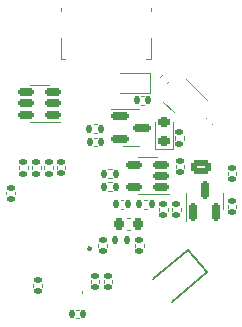
<source format=gto>
G04 #@! TF.GenerationSoftware,KiCad,Pcbnew,(6.0.1)*
G04 #@! TF.CreationDate,2023-01-15T15:55:40+01:00*
G04 #@! TF.ProjectId,ESP32-IoT-Board-ChipAnt,45535033-322d-4496-9f54-2d426f617264,rev?*
G04 #@! TF.SameCoordinates,Original*
G04 #@! TF.FileFunction,Legend,Top*
G04 #@! TF.FilePolarity,Positive*
%FSLAX46Y46*%
G04 Gerber Fmt 4.6, Leading zero omitted, Abs format (unit mm)*
G04 Created by KiCad (PCBNEW (6.0.1)) date 2023-01-15 15:55:40*
%MOMM*%
%LPD*%
G01*
G04 APERTURE LIST*
G04 Aperture macros list*
%AMRoundRect*
0 Rectangle with rounded corners*
0 $1 Rounding radius*
0 $2 $3 $4 $5 $6 $7 $8 $9 X,Y pos of 4 corners*
0 Add a 4 corners polygon primitive as box body*
4,1,4,$2,$3,$4,$5,$6,$7,$8,$9,$2,$3,0*
0 Add four circle primitives for the rounded corners*
1,1,$1+$1,$2,$3*
1,1,$1+$1,$4,$5*
1,1,$1+$1,$6,$7*
1,1,$1+$1,$8,$9*
0 Add four rect primitives between the rounded corners*
20,1,$1+$1,$2,$3,$4,$5,0*
20,1,$1+$1,$4,$5,$6,$7,0*
20,1,$1+$1,$6,$7,$8,$9,0*
20,1,$1+$1,$8,$9,$2,$3,0*%
%AMRotRect*
0 Rectangle, with rotation*
0 The origin of the aperture is its center*
0 $1 length*
0 $2 width*
0 $3 Rotation angle, in degrees counterclockwise*
0 Add horizontal line*
21,1,$1,$2,0,0,$3*%
G04 Aperture macros list end*
%ADD10C,0.120000*%
%ADD11C,0.200000*%
%ADD12C,0.250000*%
%ADD13C,0.100000*%
%ADD14RoundRect,0.135000X-0.135000X-0.185000X0.135000X-0.185000X0.135000X0.185000X-0.135000X0.185000X0*%
%ADD15RoundRect,0.135000X-0.185000X0.135000X-0.185000X-0.135000X0.185000X-0.135000X0.185000X0.135000X0*%
%ADD16RoundRect,0.140000X-0.170000X0.140000X-0.170000X-0.140000X0.170000X-0.140000X0.170000X0.140000X0*%
%ADD17RoundRect,0.140000X0.170000X-0.140000X0.170000X0.140000X-0.170000X0.140000X-0.170000X-0.140000X0*%
%ADD18RoundRect,0.150000X0.512500X0.150000X-0.512500X0.150000X-0.512500X-0.150000X0.512500X-0.150000X0*%
%ADD19RoundRect,0.140000X-0.140000X-0.170000X0.140000X-0.170000X0.140000X0.170000X-0.140000X0.170000X0*%
%ADD20RoundRect,0.218750X0.218750X0.256250X-0.218750X0.256250X-0.218750X-0.256250X0.218750X-0.256250X0*%
%ADD21RoundRect,0.135000X0.185000X-0.135000X0.185000X0.135000X-0.185000X0.135000X-0.185000X-0.135000X0*%
%ADD22RotRect,1.100000X1.800000X220.000000*%
%ADD23RoundRect,0.075000X0.265165X-0.159099X-0.159099X0.265165X-0.265165X0.159099X0.159099X-0.265165X0*%
%ADD24RotRect,1.300000X2.000000X135.000000*%
%ADD25RoundRect,0.218750X0.256250X-0.218750X0.256250X0.218750X-0.256250X0.218750X-0.256250X-0.218750X0*%
%ADD26R,0.800000X0.300000*%
%ADD27R,0.300000X0.800000*%
%ADD28R,3.750000X3.750000*%
%ADD29RoundRect,0.147500X0.147500X0.172500X-0.147500X0.172500X-0.147500X-0.172500X0.147500X-0.172500X0*%
%ADD30R,0.450000X1.380000*%
%ADD31R,1.650000X1.300000*%
%ADD32R,1.800000X1.900000*%
%ADD33R,1.425000X1.550000*%
%ADD34R,1.000000X1.900000*%
%ADD35RoundRect,0.135000X0.035355X-0.226274X0.226274X-0.035355X-0.035355X0.226274X-0.226274X0.035355X0*%
%ADD36R,0.600000X0.450000*%
%ADD37RoundRect,0.150000X0.150000X-0.587500X0.150000X0.587500X-0.150000X0.587500X-0.150000X-0.587500X0*%
%ADD38RoundRect,0.135000X0.135000X0.185000X-0.135000X0.185000X-0.135000X-0.185000X0.135000X-0.185000X0*%
%ADD39RoundRect,0.140000X0.140000X0.170000X-0.140000X0.170000X-0.140000X-0.170000X0.140000X-0.170000X0*%
%ADD40R,0.750000X0.850000*%
%ADD41RoundRect,0.150000X-0.587500X-0.150000X0.587500X-0.150000X0.587500X0.150000X-0.587500X0.150000X0*%
%ADD42RoundRect,0.140000X0.021213X-0.219203X0.219203X-0.021213X-0.021213X0.219203X-0.219203X0.021213X0*%
%ADD43C,1.560000*%
%ADD44RoundRect,0.250000X0.625000X-0.350000X0.625000X0.350000X-0.625000X0.350000X-0.625000X-0.350000X0*%
%ADD45O,1.750000X1.200000*%
G04 APERTURE END LIST*
D10*
X144221359Y-106180000D02*
X144528641Y-106180000D01*
X144221359Y-105420000D02*
X144528641Y-105420000D01*
X136650000Y-105131359D02*
X136650000Y-105438641D01*
X137410000Y-105131359D02*
X137410000Y-105438641D01*
X142715000Y-114842164D02*
X142715000Y-115057836D01*
X143435000Y-114842164D02*
X143435000Y-115057836D01*
X136315000Y-107557836D02*
X136315000Y-107342164D01*
X135595000Y-107557836D02*
X135595000Y-107342164D01*
X154315000Y-105907836D02*
X154315000Y-105692164D01*
X155035000Y-105907836D02*
X155035000Y-105692164D01*
X138362500Y-101410000D02*
X137562500Y-101410000D01*
X138362500Y-98290000D02*
X137562500Y-98290000D01*
X138362500Y-98290000D02*
X139162500Y-98290000D01*
X138362500Y-101410000D02*
X140162500Y-101410000D01*
X150635000Y-105092164D02*
X150635000Y-105307836D01*
X149915000Y-105092164D02*
X149915000Y-105307836D01*
X145267164Y-108760000D02*
X145482836Y-108760000D01*
X145267164Y-108040000D02*
X145482836Y-108040000D01*
X146087779Y-110560000D02*
X145762221Y-110560000D01*
X146087779Y-109540000D02*
X145762221Y-109540000D01*
X139535000Y-105443641D02*
X139535000Y-105136359D01*
X138775000Y-105443641D02*
X138775000Y-105136359D01*
X137725000Y-105443641D02*
X137725000Y-105136359D01*
X138485000Y-105443641D02*
X138485000Y-105136359D01*
X143365000Y-111792164D02*
X143365000Y-112007836D01*
X144085000Y-111792164D02*
X144085000Y-112007836D01*
D11*
X152566058Y-114150684D02*
X150959089Y-112235573D01*
X150959089Y-112235573D02*
X147971516Y-114742445D01*
X149578485Y-116657556D02*
X152566058Y-114150684D01*
D10*
X149763335Y-100611665D02*
X148879451Y-99727782D01*
X152570549Y-99572218D02*
X150802782Y-97804451D01*
X140565000Y-105397836D02*
X140565000Y-105182164D01*
X139845000Y-105397836D02*
X139845000Y-105182164D01*
X138585000Y-115142164D02*
X138585000Y-115357836D01*
X137865000Y-115142164D02*
X137865000Y-115357836D01*
X146485000Y-111792164D02*
X146485000Y-112007836D01*
X147205000Y-111792164D02*
X147205000Y-112007836D01*
X149660000Y-103735000D02*
X149660000Y-101450000D01*
X148190000Y-101450000D02*
X148190000Y-103735000D01*
X148190000Y-103735000D02*
X149660000Y-103735000D01*
X144221359Y-107280000D02*
X144528641Y-107280000D01*
X144221359Y-106520000D02*
X144528641Y-106520000D01*
D12*
X142730000Y-112150000D02*
G75*
G03*
X142730000Y-112150000I-125000J0D01*
G01*
D10*
X147810000Y-94340000D02*
X147810000Y-96110000D01*
X140190000Y-92060000D02*
X140190000Y-91800000D01*
X140190000Y-96110000D02*
X140570000Y-96110000D01*
X147810000Y-91800000D02*
X147810000Y-92060000D01*
X140190000Y-96110000D02*
X140190000Y-94340000D01*
X147810000Y-96110000D02*
X147430000Y-96110000D01*
X150335000Y-108957836D02*
X150335000Y-108742164D01*
X149615000Y-108957836D02*
X149615000Y-108742164D01*
X147208859Y-108780000D02*
X147516141Y-108780000D01*
X147208859Y-108020000D02*
X147516141Y-108020000D01*
X148622659Y-97614940D02*
X148839940Y-97397659D01*
X149160060Y-98152341D02*
X149377341Y-97935060D01*
X143815000Y-114842164D02*
X143815000Y-115057836D01*
X144535000Y-114842164D02*
X144535000Y-115057836D01*
X147725000Y-97250000D02*
X145175000Y-97250000D01*
X147725000Y-98950000D02*
X147725000Y-97250000D01*
X147725000Y-98950000D02*
X145175000Y-98950000D01*
X150815000Y-108100000D02*
X150815000Y-109775000D01*
X150815000Y-108100000D02*
X150815000Y-107450000D01*
X153935000Y-108100000D02*
X153935000Y-108750000D01*
X153935000Y-108100000D02*
X153935000Y-107450000D01*
X143278641Y-101620000D02*
X142971359Y-101620000D01*
X143278641Y-102380000D02*
X142971359Y-102380000D01*
X149235000Y-108957836D02*
X149235000Y-108742164D01*
X148515000Y-108957836D02*
X148515000Y-108742164D01*
X143232836Y-103460000D02*
X143017164Y-103460000D01*
X143232836Y-102740000D02*
X143017164Y-102740000D01*
D13*
X142025000Y-115900000D02*
X142025000Y-115900000D01*
X142025000Y-115800000D02*
X142025000Y-115800000D01*
X142025000Y-115800000D02*
G75*
G03*
X142025000Y-115900000I0J-50000D01*
G01*
X142025000Y-115900000D02*
G75*
G03*
X142025000Y-115800000I0J50000D01*
G01*
D10*
X141732836Y-117340000D02*
X141517164Y-117340000D01*
X141732836Y-118060000D02*
X141517164Y-118060000D01*
X146125000Y-100340000D02*
X146775000Y-100340000D01*
X146125000Y-103460000D02*
X146775000Y-103460000D01*
X146125000Y-103460000D02*
X145475000Y-103460000D01*
X146125000Y-100340000D02*
X144450000Y-100340000D01*
X155035000Y-108492164D02*
X155035000Y-108707836D01*
X154315000Y-108492164D02*
X154315000Y-108707836D01*
X147547500Y-107535000D02*
X146747500Y-107535000D01*
X147547500Y-104415000D02*
X146747500Y-104415000D01*
X147547500Y-107535000D02*
X149347500Y-107535000D01*
X147547500Y-104415000D02*
X148347500Y-104415000D01*
X152963896Y-101620221D02*
X153116399Y-101467718D01*
X152454779Y-101111104D02*
X152607282Y-100958601D01*
X147232836Y-99960000D02*
X147017164Y-99960000D01*
X147232836Y-99240000D02*
X147017164Y-99240000D01*
X149845000Y-102646359D02*
X149845000Y-102953641D01*
X150605000Y-102646359D02*
X150605000Y-102953641D01*
%LPC*%
D14*
X143865000Y-105800000D03*
X144885000Y-105800000D03*
D15*
X137030000Y-104775000D03*
X137030000Y-105795000D03*
D16*
X143075000Y-114470000D03*
X143075000Y-115430000D03*
D17*
X135955000Y-107930000D03*
X135955000Y-106970000D03*
X154675000Y-106280000D03*
X154675000Y-105320000D03*
D18*
X139500000Y-100800000D03*
X139500000Y-99850000D03*
X139500000Y-98900000D03*
X137225000Y-98900000D03*
X137225000Y-99850000D03*
X137225000Y-100800000D03*
D16*
X150275000Y-104720000D03*
X150275000Y-105680000D03*
D19*
X144895000Y-108400000D03*
X145855000Y-108400000D03*
D20*
X146712500Y-110050000D03*
X145137500Y-110050000D03*
D21*
X139155000Y-105800000D03*
X139155000Y-104780000D03*
X138105000Y-105800000D03*
X138105000Y-104780000D03*
D16*
X143725000Y-111420000D03*
X143725000Y-112380000D03*
D22*
X151073134Y-113771638D03*
X148775000Y-115700000D03*
D23*
X151149264Y-100993503D03*
X151608883Y-100533883D03*
X152068503Y-100074264D03*
X150300736Y-98306497D03*
X149841117Y-98766117D03*
X149381497Y-99225736D03*
D24*
X150725000Y-99650000D03*
D17*
X140205000Y-105770000D03*
X140205000Y-104810000D03*
D16*
X138225000Y-114770000D03*
X138225000Y-115730000D03*
X146845000Y-111420000D03*
X146845000Y-112380000D03*
D25*
X148925000Y-103037500D03*
X148925000Y-101462500D03*
D14*
X143865000Y-106900000D03*
X144885000Y-106900000D03*
D26*
X142205000Y-111400000D03*
X142205000Y-110900000D03*
X142205000Y-110400000D03*
X142205000Y-109900000D03*
X142205000Y-109400000D03*
X142205000Y-108900000D03*
X142205000Y-108400000D03*
X142205000Y-107900000D03*
D27*
X141455000Y-107150000D03*
X140955000Y-107150000D03*
X140455000Y-107150000D03*
X139955000Y-107150000D03*
X139455000Y-107150000D03*
X138955000Y-107150000D03*
X138455000Y-107150000D03*
X137955000Y-107150000D03*
D26*
X137205000Y-107900000D03*
X137205000Y-108400000D03*
X137205000Y-108900000D03*
X137205000Y-109400000D03*
X137205000Y-109900000D03*
X137205000Y-110400000D03*
X137205000Y-110900000D03*
X137205000Y-111400000D03*
D27*
X137955000Y-112150000D03*
X138455000Y-112150000D03*
X138955000Y-112150000D03*
X139455000Y-112150000D03*
X139955000Y-112150000D03*
X140455000Y-112150000D03*
X140955000Y-112150000D03*
X141455000Y-112150000D03*
D28*
X139705000Y-109650000D03*
D29*
X145780000Y-111450000D03*
X144810000Y-111450000D03*
D30*
X145300000Y-95860000D03*
X144650000Y-95860000D03*
X144000000Y-95860000D03*
X143350000Y-95860000D03*
X142700000Y-95860000D03*
D31*
X147375000Y-93200000D03*
D32*
X145150000Y-93200000D03*
D33*
X146487500Y-95775000D03*
D34*
X142450000Y-93200000D03*
D31*
X140625000Y-93200000D03*
D33*
X141512500Y-95775000D03*
D17*
X149975000Y-109330000D03*
X149975000Y-108370000D03*
D14*
X146852500Y-108400000D03*
X147872500Y-108400000D03*
D35*
X148639376Y-98135624D03*
X149360624Y-97414376D03*
D16*
X144175000Y-114470000D03*
X144175000Y-115430000D03*
D36*
X145175000Y-98100000D03*
X147275000Y-98100000D03*
D37*
X151425000Y-109037500D03*
X153325000Y-109037500D03*
X152375000Y-107162500D03*
D38*
X143635000Y-102000000D03*
X142615000Y-102000000D03*
D17*
X148875000Y-109330000D03*
X148875000Y-108370000D03*
D39*
X143605000Y-103100000D03*
X142645000Y-103100000D03*
D40*
X141150000Y-115775000D03*
X141150000Y-114425000D03*
X140100000Y-114425000D03*
X140100000Y-115775000D03*
D39*
X142105000Y-117700000D03*
X141145000Y-117700000D03*
D41*
X145187500Y-100950000D03*
X145187500Y-102850000D03*
X147062500Y-101900000D03*
D16*
X154675000Y-108120000D03*
X154675000Y-109080000D03*
D18*
X148685000Y-106925000D03*
X148685000Y-105975000D03*
X148685000Y-105025000D03*
X146410000Y-105025000D03*
X146410000Y-106925000D03*
D42*
X152446178Y-101628822D03*
X153125000Y-100950000D03*
D39*
X147605000Y-99600000D03*
X146645000Y-99600000D03*
D15*
X150225000Y-102290000D03*
X150225000Y-103310000D03*
D43*
X135290000Y-105600000D03*
D44*
X152075000Y-105200000D03*
D45*
X152075000Y-103200000D03*
M02*

</source>
